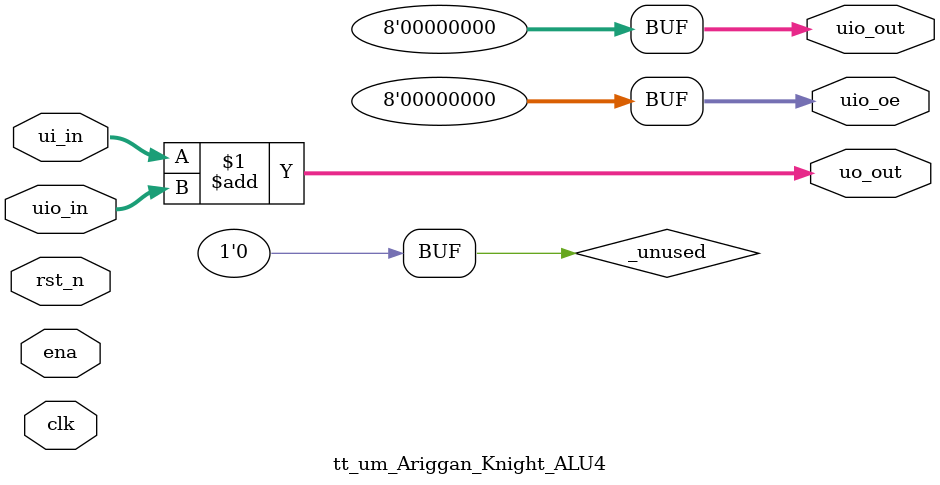
<source format=v>
/*
 * Copyright (c) 2025 Ariggan Knight
 * SPDX-License-Identifier: Apache-2.0
 */

`default_nettype none

module tt_um_Ariggan_Knight_ALU4 (
    input  wire [7:0] ui_in,    // Dedicated inputs
    output wire [7:0] uo_out,   // Dedicated outputs
    input  wire [7:0] uio_in,   // IOs: Input path
    output wire [7:0] uio_out,  // IOs: Output path
    output wire [7:0] uio_oe,   // IOs: Enable path (active high: 0=input, 1=output)
    input  wire       ena,      // always 1 when the design is powered, so you can ignore it
    input  wire       clk,      // clock
    input  wire       rst_n     // reset_n - low to reset
);

  // lc=0 -> rci <- 0;
  // lc=1 -> rci <- rot_carry_in;
  // lc=2 -> rci <- inputA[0];
  // lc=3 -> rci <- inputA[3];
  // ls=0 -> left <- 4'b0; rco <- rci;
  // ls=1 -> left <- inputA; rco <- rci;
  // ls=2 -> {rco,left} <- {inputA,rci};
  // ls=3 -> {left,rco} <- {rci,inputA};
  // rot_carry_out <- rco;
  // for x=[3:0], right[x] <- function[ {inputB[x],inputA[x]} ]
  // ac=0 -> aci <- 0;
  // ac=1 -> aci <- 1;
  // ac=2 -> aci <- math_carry_in;
  // ac=3 -> aci <- ~math_carry_in;
  //   //((aci <- ac1^(cin+ac0) | !ac1^ac0))
  // {aco,sum} <- left+right+aci; math_carry_out <- aco;
  // vflag <- sum.carry[3] ^ sum.carry[2]; overflow_out <- vflag;
  // zflag <- nor(sum); zero_out <- zflag;

  assign uo_out  = ui_in + uio_in;  // Example: uo_out is the sum of ui_in and uio_in

  //Bidir outputs will not be used, but they must still be assigned to.
  assign uio_out = 0;
  assign uio_oe  = 0;
  // List all unused inputs to prevent warnings
  wire _unused = &{ena, clk, rst_n, 1'b0};

endmodule

</source>
